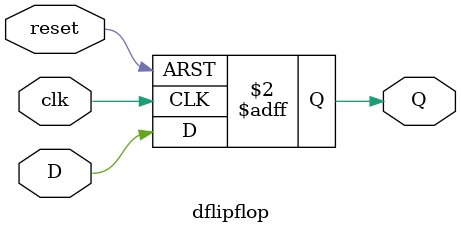
<source format=v>
module dflipflop(
    input D,        // Data input
    input clk,      // Clock signal
    input reset,    // Asynchronous reset
    output reg Q    // Output
);
    always @(posedge clk or posedge reset) begin
        if (reset)
            Q <= 1'b0;             // Reset output to 0
        else
            Q <= D;                // On clock edge, store D
    end
endmodule

</source>
